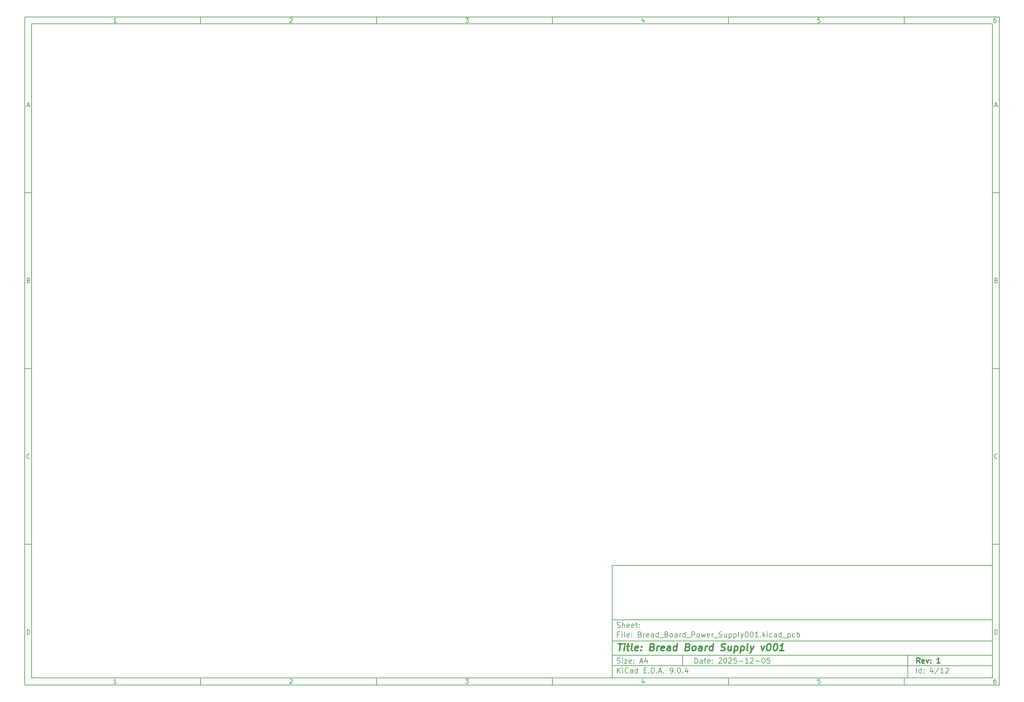
<source format=gbr>
%TF.GenerationSoftware,KiCad,Pcbnew,9.0.4*%
%TF.CreationDate,2025-12-05T21:51:25+03:30*%
%TF.ProjectId,Bread_Board_Power_Supply001,42726561-645f-4426-9f61-72645f506f77,1*%
%TF.SameCoordinates,Original*%
%TF.FileFunction,Paste,Bot*%
%TF.FilePolarity,Positive*%
%FSLAX46Y46*%
G04 Gerber Fmt 4.6, Leading zero omitted, Abs format (unit mm)*
G04 Created by KiCad (PCBNEW 9.0.4) date 2025-12-05 21:51:25*
%MOMM*%
%LPD*%
G01*
G04 APERTURE LIST*
%ADD10C,0.100000*%
%ADD11C,0.150000*%
%ADD12C,0.300000*%
%ADD13C,0.400000*%
G04 APERTURE END LIST*
D10*
D11*
X177002200Y-166007200D02*
X285002200Y-166007200D01*
X285002200Y-198007200D01*
X177002200Y-198007200D01*
X177002200Y-166007200D01*
D10*
D11*
X10000000Y-10000000D02*
X287002200Y-10000000D01*
X287002200Y-200007200D01*
X10000000Y-200007200D01*
X10000000Y-10000000D01*
D10*
D11*
X12000000Y-12000000D02*
X285002200Y-12000000D01*
X285002200Y-198007200D01*
X12000000Y-198007200D01*
X12000000Y-12000000D01*
D10*
D11*
X60000000Y-12000000D02*
X60000000Y-10000000D01*
D10*
D11*
X110000000Y-12000000D02*
X110000000Y-10000000D01*
D10*
D11*
X160000000Y-12000000D02*
X160000000Y-10000000D01*
D10*
D11*
X210000000Y-12000000D02*
X210000000Y-10000000D01*
D10*
D11*
X260000000Y-12000000D02*
X260000000Y-10000000D01*
D10*
D11*
X36089160Y-11593604D02*
X35346303Y-11593604D01*
X35717731Y-11593604D02*
X35717731Y-10293604D01*
X35717731Y-10293604D02*
X35593922Y-10479319D01*
X35593922Y-10479319D02*
X35470112Y-10603128D01*
X35470112Y-10603128D02*
X35346303Y-10665033D01*
D10*
D11*
X85346303Y-10417414D02*
X85408207Y-10355509D01*
X85408207Y-10355509D02*
X85532017Y-10293604D01*
X85532017Y-10293604D02*
X85841541Y-10293604D01*
X85841541Y-10293604D02*
X85965350Y-10355509D01*
X85965350Y-10355509D02*
X86027255Y-10417414D01*
X86027255Y-10417414D02*
X86089160Y-10541223D01*
X86089160Y-10541223D02*
X86089160Y-10665033D01*
X86089160Y-10665033D02*
X86027255Y-10850747D01*
X86027255Y-10850747D02*
X85284398Y-11593604D01*
X85284398Y-11593604D02*
X86089160Y-11593604D01*
D10*
D11*
X135284398Y-10293604D02*
X136089160Y-10293604D01*
X136089160Y-10293604D02*
X135655826Y-10788842D01*
X135655826Y-10788842D02*
X135841541Y-10788842D01*
X135841541Y-10788842D02*
X135965350Y-10850747D01*
X135965350Y-10850747D02*
X136027255Y-10912652D01*
X136027255Y-10912652D02*
X136089160Y-11036461D01*
X136089160Y-11036461D02*
X136089160Y-11345985D01*
X136089160Y-11345985D02*
X136027255Y-11469795D01*
X136027255Y-11469795D02*
X135965350Y-11531700D01*
X135965350Y-11531700D02*
X135841541Y-11593604D01*
X135841541Y-11593604D02*
X135470112Y-11593604D01*
X135470112Y-11593604D02*
X135346303Y-11531700D01*
X135346303Y-11531700D02*
X135284398Y-11469795D01*
D10*
D11*
X185965350Y-10726938D02*
X185965350Y-11593604D01*
X185655826Y-10231700D02*
X185346303Y-11160271D01*
X185346303Y-11160271D02*
X186151064Y-11160271D01*
D10*
D11*
X236027255Y-10293604D02*
X235408207Y-10293604D01*
X235408207Y-10293604D02*
X235346303Y-10912652D01*
X235346303Y-10912652D02*
X235408207Y-10850747D01*
X235408207Y-10850747D02*
X235532017Y-10788842D01*
X235532017Y-10788842D02*
X235841541Y-10788842D01*
X235841541Y-10788842D02*
X235965350Y-10850747D01*
X235965350Y-10850747D02*
X236027255Y-10912652D01*
X236027255Y-10912652D02*
X236089160Y-11036461D01*
X236089160Y-11036461D02*
X236089160Y-11345985D01*
X236089160Y-11345985D02*
X236027255Y-11469795D01*
X236027255Y-11469795D02*
X235965350Y-11531700D01*
X235965350Y-11531700D02*
X235841541Y-11593604D01*
X235841541Y-11593604D02*
X235532017Y-11593604D01*
X235532017Y-11593604D02*
X235408207Y-11531700D01*
X235408207Y-11531700D02*
X235346303Y-11469795D01*
D10*
D11*
X285965350Y-10293604D02*
X285717731Y-10293604D01*
X285717731Y-10293604D02*
X285593922Y-10355509D01*
X285593922Y-10355509D02*
X285532017Y-10417414D01*
X285532017Y-10417414D02*
X285408207Y-10603128D01*
X285408207Y-10603128D02*
X285346303Y-10850747D01*
X285346303Y-10850747D02*
X285346303Y-11345985D01*
X285346303Y-11345985D02*
X285408207Y-11469795D01*
X285408207Y-11469795D02*
X285470112Y-11531700D01*
X285470112Y-11531700D02*
X285593922Y-11593604D01*
X285593922Y-11593604D02*
X285841541Y-11593604D01*
X285841541Y-11593604D02*
X285965350Y-11531700D01*
X285965350Y-11531700D02*
X286027255Y-11469795D01*
X286027255Y-11469795D02*
X286089160Y-11345985D01*
X286089160Y-11345985D02*
X286089160Y-11036461D01*
X286089160Y-11036461D02*
X286027255Y-10912652D01*
X286027255Y-10912652D02*
X285965350Y-10850747D01*
X285965350Y-10850747D02*
X285841541Y-10788842D01*
X285841541Y-10788842D02*
X285593922Y-10788842D01*
X285593922Y-10788842D02*
X285470112Y-10850747D01*
X285470112Y-10850747D02*
X285408207Y-10912652D01*
X285408207Y-10912652D02*
X285346303Y-11036461D01*
D10*
D11*
X60000000Y-198007200D02*
X60000000Y-200007200D01*
D10*
D11*
X110000000Y-198007200D02*
X110000000Y-200007200D01*
D10*
D11*
X160000000Y-198007200D02*
X160000000Y-200007200D01*
D10*
D11*
X210000000Y-198007200D02*
X210000000Y-200007200D01*
D10*
D11*
X260000000Y-198007200D02*
X260000000Y-200007200D01*
D10*
D11*
X36089160Y-199600804D02*
X35346303Y-199600804D01*
X35717731Y-199600804D02*
X35717731Y-198300804D01*
X35717731Y-198300804D02*
X35593922Y-198486519D01*
X35593922Y-198486519D02*
X35470112Y-198610328D01*
X35470112Y-198610328D02*
X35346303Y-198672233D01*
D10*
D11*
X85346303Y-198424614D02*
X85408207Y-198362709D01*
X85408207Y-198362709D02*
X85532017Y-198300804D01*
X85532017Y-198300804D02*
X85841541Y-198300804D01*
X85841541Y-198300804D02*
X85965350Y-198362709D01*
X85965350Y-198362709D02*
X86027255Y-198424614D01*
X86027255Y-198424614D02*
X86089160Y-198548423D01*
X86089160Y-198548423D02*
X86089160Y-198672233D01*
X86089160Y-198672233D02*
X86027255Y-198857947D01*
X86027255Y-198857947D02*
X85284398Y-199600804D01*
X85284398Y-199600804D02*
X86089160Y-199600804D01*
D10*
D11*
X135284398Y-198300804D02*
X136089160Y-198300804D01*
X136089160Y-198300804D02*
X135655826Y-198796042D01*
X135655826Y-198796042D02*
X135841541Y-198796042D01*
X135841541Y-198796042D02*
X135965350Y-198857947D01*
X135965350Y-198857947D02*
X136027255Y-198919852D01*
X136027255Y-198919852D02*
X136089160Y-199043661D01*
X136089160Y-199043661D02*
X136089160Y-199353185D01*
X136089160Y-199353185D02*
X136027255Y-199476995D01*
X136027255Y-199476995D02*
X135965350Y-199538900D01*
X135965350Y-199538900D02*
X135841541Y-199600804D01*
X135841541Y-199600804D02*
X135470112Y-199600804D01*
X135470112Y-199600804D02*
X135346303Y-199538900D01*
X135346303Y-199538900D02*
X135284398Y-199476995D01*
D10*
D11*
X185965350Y-198734138D02*
X185965350Y-199600804D01*
X185655826Y-198238900D02*
X185346303Y-199167471D01*
X185346303Y-199167471D02*
X186151064Y-199167471D01*
D10*
D11*
X236027255Y-198300804D02*
X235408207Y-198300804D01*
X235408207Y-198300804D02*
X235346303Y-198919852D01*
X235346303Y-198919852D02*
X235408207Y-198857947D01*
X235408207Y-198857947D02*
X235532017Y-198796042D01*
X235532017Y-198796042D02*
X235841541Y-198796042D01*
X235841541Y-198796042D02*
X235965350Y-198857947D01*
X235965350Y-198857947D02*
X236027255Y-198919852D01*
X236027255Y-198919852D02*
X236089160Y-199043661D01*
X236089160Y-199043661D02*
X236089160Y-199353185D01*
X236089160Y-199353185D02*
X236027255Y-199476995D01*
X236027255Y-199476995D02*
X235965350Y-199538900D01*
X235965350Y-199538900D02*
X235841541Y-199600804D01*
X235841541Y-199600804D02*
X235532017Y-199600804D01*
X235532017Y-199600804D02*
X235408207Y-199538900D01*
X235408207Y-199538900D02*
X235346303Y-199476995D01*
D10*
D11*
X285965350Y-198300804D02*
X285717731Y-198300804D01*
X285717731Y-198300804D02*
X285593922Y-198362709D01*
X285593922Y-198362709D02*
X285532017Y-198424614D01*
X285532017Y-198424614D02*
X285408207Y-198610328D01*
X285408207Y-198610328D02*
X285346303Y-198857947D01*
X285346303Y-198857947D02*
X285346303Y-199353185D01*
X285346303Y-199353185D02*
X285408207Y-199476995D01*
X285408207Y-199476995D02*
X285470112Y-199538900D01*
X285470112Y-199538900D02*
X285593922Y-199600804D01*
X285593922Y-199600804D02*
X285841541Y-199600804D01*
X285841541Y-199600804D02*
X285965350Y-199538900D01*
X285965350Y-199538900D02*
X286027255Y-199476995D01*
X286027255Y-199476995D02*
X286089160Y-199353185D01*
X286089160Y-199353185D02*
X286089160Y-199043661D01*
X286089160Y-199043661D02*
X286027255Y-198919852D01*
X286027255Y-198919852D02*
X285965350Y-198857947D01*
X285965350Y-198857947D02*
X285841541Y-198796042D01*
X285841541Y-198796042D02*
X285593922Y-198796042D01*
X285593922Y-198796042D02*
X285470112Y-198857947D01*
X285470112Y-198857947D02*
X285408207Y-198919852D01*
X285408207Y-198919852D02*
X285346303Y-199043661D01*
D10*
D11*
X10000000Y-60000000D02*
X12000000Y-60000000D01*
D10*
D11*
X10000000Y-110000000D02*
X12000000Y-110000000D01*
D10*
D11*
X10000000Y-160000000D02*
X12000000Y-160000000D01*
D10*
D11*
X10690476Y-35222176D02*
X11309523Y-35222176D01*
X10566666Y-35593604D02*
X10999999Y-34293604D01*
X10999999Y-34293604D02*
X11433333Y-35593604D01*
D10*
D11*
X11092857Y-84912652D02*
X11278571Y-84974557D01*
X11278571Y-84974557D02*
X11340476Y-85036461D01*
X11340476Y-85036461D02*
X11402380Y-85160271D01*
X11402380Y-85160271D02*
X11402380Y-85345985D01*
X11402380Y-85345985D02*
X11340476Y-85469795D01*
X11340476Y-85469795D02*
X11278571Y-85531700D01*
X11278571Y-85531700D02*
X11154761Y-85593604D01*
X11154761Y-85593604D02*
X10659523Y-85593604D01*
X10659523Y-85593604D02*
X10659523Y-84293604D01*
X10659523Y-84293604D02*
X11092857Y-84293604D01*
X11092857Y-84293604D02*
X11216666Y-84355509D01*
X11216666Y-84355509D02*
X11278571Y-84417414D01*
X11278571Y-84417414D02*
X11340476Y-84541223D01*
X11340476Y-84541223D02*
X11340476Y-84665033D01*
X11340476Y-84665033D02*
X11278571Y-84788842D01*
X11278571Y-84788842D02*
X11216666Y-84850747D01*
X11216666Y-84850747D02*
X11092857Y-84912652D01*
X11092857Y-84912652D02*
X10659523Y-84912652D01*
D10*
D11*
X11402380Y-135469795D02*
X11340476Y-135531700D01*
X11340476Y-135531700D02*
X11154761Y-135593604D01*
X11154761Y-135593604D02*
X11030952Y-135593604D01*
X11030952Y-135593604D02*
X10845238Y-135531700D01*
X10845238Y-135531700D02*
X10721428Y-135407890D01*
X10721428Y-135407890D02*
X10659523Y-135284080D01*
X10659523Y-135284080D02*
X10597619Y-135036461D01*
X10597619Y-135036461D02*
X10597619Y-134850747D01*
X10597619Y-134850747D02*
X10659523Y-134603128D01*
X10659523Y-134603128D02*
X10721428Y-134479319D01*
X10721428Y-134479319D02*
X10845238Y-134355509D01*
X10845238Y-134355509D02*
X11030952Y-134293604D01*
X11030952Y-134293604D02*
X11154761Y-134293604D01*
X11154761Y-134293604D02*
X11340476Y-134355509D01*
X11340476Y-134355509D02*
X11402380Y-134417414D01*
D10*
D11*
X10659523Y-185593604D02*
X10659523Y-184293604D01*
X10659523Y-184293604D02*
X10969047Y-184293604D01*
X10969047Y-184293604D02*
X11154761Y-184355509D01*
X11154761Y-184355509D02*
X11278571Y-184479319D01*
X11278571Y-184479319D02*
X11340476Y-184603128D01*
X11340476Y-184603128D02*
X11402380Y-184850747D01*
X11402380Y-184850747D02*
X11402380Y-185036461D01*
X11402380Y-185036461D02*
X11340476Y-185284080D01*
X11340476Y-185284080D02*
X11278571Y-185407890D01*
X11278571Y-185407890D02*
X11154761Y-185531700D01*
X11154761Y-185531700D02*
X10969047Y-185593604D01*
X10969047Y-185593604D02*
X10659523Y-185593604D01*
D10*
D11*
X287002200Y-60000000D02*
X285002200Y-60000000D01*
D10*
D11*
X287002200Y-110000000D02*
X285002200Y-110000000D01*
D10*
D11*
X287002200Y-160000000D02*
X285002200Y-160000000D01*
D10*
D11*
X285692676Y-35222176D02*
X286311723Y-35222176D01*
X285568866Y-35593604D02*
X286002199Y-34293604D01*
X286002199Y-34293604D02*
X286435533Y-35593604D01*
D10*
D11*
X286095057Y-84912652D02*
X286280771Y-84974557D01*
X286280771Y-84974557D02*
X286342676Y-85036461D01*
X286342676Y-85036461D02*
X286404580Y-85160271D01*
X286404580Y-85160271D02*
X286404580Y-85345985D01*
X286404580Y-85345985D02*
X286342676Y-85469795D01*
X286342676Y-85469795D02*
X286280771Y-85531700D01*
X286280771Y-85531700D02*
X286156961Y-85593604D01*
X286156961Y-85593604D02*
X285661723Y-85593604D01*
X285661723Y-85593604D02*
X285661723Y-84293604D01*
X285661723Y-84293604D02*
X286095057Y-84293604D01*
X286095057Y-84293604D02*
X286218866Y-84355509D01*
X286218866Y-84355509D02*
X286280771Y-84417414D01*
X286280771Y-84417414D02*
X286342676Y-84541223D01*
X286342676Y-84541223D02*
X286342676Y-84665033D01*
X286342676Y-84665033D02*
X286280771Y-84788842D01*
X286280771Y-84788842D02*
X286218866Y-84850747D01*
X286218866Y-84850747D02*
X286095057Y-84912652D01*
X286095057Y-84912652D02*
X285661723Y-84912652D01*
D10*
D11*
X286404580Y-135469795D02*
X286342676Y-135531700D01*
X286342676Y-135531700D02*
X286156961Y-135593604D01*
X286156961Y-135593604D02*
X286033152Y-135593604D01*
X286033152Y-135593604D02*
X285847438Y-135531700D01*
X285847438Y-135531700D02*
X285723628Y-135407890D01*
X285723628Y-135407890D02*
X285661723Y-135284080D01*
X285661723Y-135284080D02*
X285599819Y-135036461D01*
X285599819Y-135036461D02*
X285599819Y-134850747D01*
X285599819Y-134850747D02*
X285661723Y-134603128D01*
X285661723Y-134603128D02*
X285723628Y-134479319D01*
X285723628Y-134479319D02*
X285847438Y-134355509D01*
X285847438Y-134355509D02*
X286033152Y-134293604D01*
X286033152Y-134293604D02*
X286156961Y-134293604D01*
X286156961Y-134293604D02*
X286342676Y-134355509D01*
X286342676Y-134355509D02*
X286404580Y-134417414D01*
D10*
D11*
X285661723Y-185593604D02*
X285661723Y-184293604D01*
X285661723Y-184293604D02*
X285971247Y-184293604D01*
X285971247Y-184293604D02*
X286156961Y-184355509D01*
X286156961Y-184355509D02*
X286280771Y-184479319D01*
X286280771Y-184479319D02*
X286342676Y-184603128D01*
X286342676Y-184603128D02*
X286404580Y-184850747D01*
X286404580Y-184850747D02*
X286404580Y-185036461D01*
X286404580Y-185036461D02*
X286342676Y-185284080D01*
X286342676Y-185284080D02*
X286280771Y-185407890D01*
X286280771Y-185407890D02*
X286156961Y-185531700D01*
X286156961Y-185531700D02*
X285971247Y-185593604D01*
X285971247Y-185593604D02*
X285661723Y-185593604D01*
D10*
D11*
X200458026Y-193793328D02*
X200458026Y-192293328D01*
X200458026Y-192293328D02*
X200815169Y-192293328D01*
X200815169Y-192293328D02*
X201029455Y-192364757D01*
X201029455Y-192364757D02*
X201172312Y-192507614D01*
X201172312Y-192507614D02*
X201243741Y-192650471D01*
X201243741Y-192650471D02*
X201315169Y-192936185D01*
X201315169Y-192936185D02*
X201315169Y-193150471D01*
X201315169Y-193150471D02*
X201243741Y-193436185D01*
X201243741Y-193436185D02*
X201172312Y-193579042D01*
X201172312Y-193579042D02*
X201029455Y-193721900D01*
X201029455Y-193721900D02*
X200815169Y-193793328D01*
X200815169Y-193793328D02*
X200458026Y-193793328D01*
X202600884Y-193793328D02*
X202600884Y-193007614D01*
X202600884Y-193007614D02*
X202529455Y-192864757D01*
X202529455Y-192864757D02*
X202386598Y-192793328D01*
X202386598Y-192793328D02*
X202100884Y-192793328D01*
X202100884Y-192793328D02*
X201958026Y-192864757D01*
X202600884Y-193721900D02*
X202458026Y-193793328D01*
X202458026Y-193793328D02*
X202100884Y-193793328D01*
X202100884Y-193793328D02*
X201958026Y-193721900D01*
X201958026Y-193721900D02*
X201886598Y-193579042D01*
X201886598Y-193579042D02*
X201886598Y-193436185D01*
X201886598Y-193436185D02*
X201958026Y-193293328D01*
X201958026Y-193293328D02*
X202100884Y-193221900D01*
X202100884Y-193221900D02*
X202458026Y-193221900D01*
X202458026Y-193221900D02*
X202600884Y-193150471D01*
X203100884Y-192793328D02*
X203672312Y-192793328D01*
X203315169Y-192293328D02*
X203315169Y-193579042D01*
X203315169Y-193579042D02*
X203386598Y-193721900D01*
X203386598Y-193721900D02*
X203529455Y-193793328D01*
X203529455Y-193793328D02*
X203672312Y-193793328D01*
X204743741Y-193721900D02*
X204600884Y-193793328D01*
X204600884Y-193793328D02*
X204315170Y-193793328D01*
X204315170Y-193793328D02*
X204172312Y-193721900D01*
X204172312Y-193721900D02*
X204100884Y-193579042D01*
X204100884Y-193579042D02*
X204100884Y-193007614D01*
X204100884Y-193007614D02*
X204172312Y-192864757D01*
X204172312Y-192864757D02*
X204315170Y-192793328D01*
X204315170Y-192793328D02*
X204600884Y-192793328D01*
X204600884Y-192793328D02*
X204743741Y-192864757D01*
X204743741Y-192864757D02*
X204815170Y-193007614D01*
X204815170Y-193007614D02*
X204815170Y-193150471D01*
X204815170Y-193150471D02*
X204100884Y-193293328D01*
X205458026Y-193650471D02*
X205529455Y-193721900D01*
X205529455Y-193721900D02*
X205458026Y-193793328D01*
X205458026Y-193793328D02*
X205386598Y-193721900D01*
X205386598Y-193721900D02*
X205458026Y-193650471D01*
X205458026Y-193650471D02*
X205458026Y-193793328D01*
X205458026Y-192864757D02*
X205529455Y-192936185D01*
X205529455Y-192936185D02*
X205458026Y-193007614D01*
X205458026Y-193007614D02*
X205386598Y-192936185D01*
X205386598Y-192936185D02*
X205458026Y-192864757D01*
X205458026Y-192864757D02*
X205458026Y-193007614D01*
X207243741Y-192436185D02*
X207315169Y-192364757D01*
X207315169Y-192364757D02*
X207458027Y-192293328D01*
X207458027Y-192293328D02*
X207815169Y-192293328D01*
X207815169Y-192293328D02*
X207958027Y-192364757D01*
X207958027Y-192364757D02*
X208029455Y-192436185D01*
X208029455Y-192436185D02*
X208100884Y-192579042D01*
X208100884Y-192579042D02*
X208100884Y-192721900D01*
X208100884Y-192721900D02*
X208029455Y-192936185D01*
X208029455Y-192936185D02*
X207172312Y-193793328D01*
X207172312Y-193793328D02*
X208100884Y-193793328D01*
X209029455Y-192293328D02*
X209172312Y-192293328D01*
X209172312Y-192293328D02*
X209315169Y-192364757D01*
X209315169Y-192364757D02*
X209386598Y-192436185D01*
X209386598Y-192436185D02*
X209458026Y-192579042D01*
X209458026Y-192579042D02*
X209529455Y-192864757D01*
X209529455Y-192864757D02*
X209529455Y-193221900D01*
X209529455Y-193221900D02*
X209458026Y-193507614D01*
X209458026Y-193507614D02*
X209386598Y-193650471D01*
X209386598Y-193650471D02*
X209315169Y-193721900D01*
X209315169Y-193721900D02*
X209172312Y-193793328D01*
X209172312Y-193793328D02*
X209029455Y-193793328D01*
X209029455Y-193793328D02*
X208886598Y-193721900D01*
X208886598Y-193721900D02*
X208815169Y-193650471D01*
X208815169Y-193650471D02*
X208743740Y-193507614D01*
X208743740Y-193507614D02*
X208672312Y-193221900D01*
X208672312Y-193221900D02*
X208672312Y-192864757D01*
X208672312Y-192864757D02*
X208743740Y-192579042D01*
X208743740Y-192579042D02*
X208815169Y-192436185D01*
X208815169Y-192436185D02*
X208886598Y-192364757D01*
X208886598Y-192364757D02*
X209029455Y-192293328D01*
X210100883Y-192436185D02*
X210172311Y-192364757D01*
X210172311Y-192364757D02*
X210315169Y-192293328D01*
X210315169Y-192293328D02*
X210672311Y-192293328D01*
X210672311Y-192293328D02*
X210815169Y-192364757D01*
X210815169Y-192364757D02*
X210886597Y-192436185D01*
X210886597Y-192436185D02*
X210958026Y-192579042D01*
X210958026Y-192579042D02*
X210958026Y-192721900D01*
X210958026Y-192721900D02*
X210886597Y-192936185D01*
X210886597Y-192936185D02*
X210029454Y-193793328D01*
X210029454Y-193793328D02*
X210958026Y-193793328D01*
X212315168Y-192293328D02*
X211600882Y-192293328D01*
X211600882Y-192293328D02*
X211529454Y-193007614D01*
X211529454Y-193007614D02*
X211600882Y-192936185D01*
X211600882Y-192936185D02*
X211743740Y-192864757D01*
X211743740Y-192864757D02*
X212100882Y-192864757D01*
X212100882Y-192864757D02*
X212243740Y-192936185D01*
X212243740Y-192936185D02*
X212315168Y-193007614D01*
X212315168Y-193007614D02*
X212386597Y-193150471D01*
X212386597Y-193150471D02*
X212386597Y-193507614D01*
X212386597Y-193507614D02*
X212315168Y-193650471D01*
X212315168Y-193650471D02*
X212243740Y-193721900D01*
X212243740Y-193721900D02*
X212100882Y-193793328D01*
X212100882Y-193793328D02*
X211743740Y-193793328D01*
X211743740Y-193793328D02*
X211600882Y-193721900D01*
X211600882Y-193721900D02*
X211529454Y-193650471D01*
X213029453Y-193221900D02*
X214172311Y-193221900D01*
X215672311Y-193793328D02*
X214815168Y-193793328D01*
X215243739Y-193793328D02*
X215243739Y-192293328D01*
X215243739Y-192293328D02*
X215100882Y-192507614D01*
X215100882Y-192507614D02*
X214958025Y-192650471D01*
X214958025Y-192650471D02*
X214815168Y-192721900D01*
X216243739Y-192436185D02*
X216315167Y-192364757D01*
X216315167Y-192364757D02*
X216458025Y-192293328D01*
X216458025Y-192293328D02*
X216815167Y-192293328D01*
X216815167Y-192293328D02*
X216958025Y-192364757D01*
X216958025Y-192364757D02*
X217029453Y-192436185D01*
X217029453Y-192436185D02*
X217100882Y-192579042D01*
X217100882Y-192579042D02*
X217100882Y-192721900D01*
X217100882Y-192721900D02*
X217029453Y-192936185D01*
X217029453Y-192936185D02*
X216172310Y-193793328D01*
X216172310Y-193793328D02*
X217100882Y-193793328D01*
X217743738Y-193221900D02*
X218886596Y-193221900D01*
X219886596Y-192293328D02*
X220029453Y-192293328D01*
X220029453Y-192293328D02*
X220172310Y-192364757D01*
X220172310Y-192364757D02*
X220243739Y-192436185D01*
X220243739Y-192436185D02*
X220315167Y-192579042D01*
X220315167Y-192579042D02*
X220386596Y-192864757D01*
X220386596Y-192864757D02*
X220386596Y-193221900D01*
X220386596Y-193221900D02*
X220315167Y-193507614D01*
X220315167Y-193507614D02*
X220243739Y-193650471D01*
X220243739Y-193650471D02*
X220172310Y-193721900D01*
X220172310Y-193721900D02*
X220029453Y-193793328D01*
X220029453Y-193793328D02*
X219886596Y-193793328D01*
X219886596Y-193793328D02*
X219743739Y-193721900D01*
X219743739Y-193721900D02*
X219672310Y-193650471D01*
X219672310Y-193650471D02*
X219600881Y-193507614D01*
X219600881Y-193507614D02*
X219529453Y-193221900D01*
X219529453Y-193221900D02*
X219529453Y-192864757D01*
X219529453Y-192864757D02*
X219600881Y-192579042D01*
X219600881Y-192579042D02*
X219672310Y-192436185D01*
X219672310Y-192436185D02*
X219743739Y-192364757D01*
X219743739Y-192364757D02*
X219886596Y-192293328D01*
X221743738Y-192293328D02*
X221029452Y-192293328D01*
X221029452Y-192293328D02*
X220958024Y-193007614D01*
X220958024Y-193007614D02*
X221029452Y-192936185D01*
X221029452Y-192936185D02*
X221172310Y-192864757D01*
X221172310Y-192864757D02*
X221529452Y-192864757D01*
X221529452Y-192864757D02*
X221672310Y-192936185D01*
X221672310Y-192936185D02*
X221743738Y-193007614D01*
X221743738Y-193007614D02*
X221815167Y-193150471D01*
X221815167Y-193150471D02*
X221815167Y-193507614D01*
X221815167Y-193507614D02*
X221743738Y-193650471D01*
X221743738Y-193650471D02*
X221672310Y-193721900D01*
X221672310Y-193721900D02*
X221529452Y-193793328D01*
X221529452Y-193793328D02*
X221172310Y-193793328D01*
X221172310Y-193793328D02*
X221029452Y-193721900D01*
X221029452Y-193721900D02*
X220958024Y-193650471D01*
D10*
D11*
X177002200Y-194507200D02*
X285002200Y-194507200D01*
D10*
D11*
X178458026Y-196593328D02*
X178458026Y-195093328D01*
X179315169Y-196593328D02*
X178672312Y-195736185D01*
X179315169Y-195093328D02*
X178458026Y-195950471D01*
X179958026Y-196593328D02*
X179958026Y-195593328D01*
X179958026Y-195093328D02*
X179886598Y-195164757D01*
X179886598Y-195164757D02*
X179958026Y-195236185D01*
X179958026Y-195236185D02*
X180029455Y-195164757D01*
X180029455Y-195164757D02*
X179958026Y-195093328D01*
X179958026Y-195093328D02*
X179958026Y-195236185D01*
X181529455Y-196450471D02*
X181458027Y-196521900D01*
X181458027Y-196521900D02*
X181243741Y-196593328D01*
X181243741Y-196593328D02*
X181100884Y-196593328D01*
X181100884Y-196593328D02*
X180886598Y-196521900D01*
X180886598Y-196521900D02*
X180743741Y-196379042D01*
X180743741Y-196379042D02*
X180672312Y-196236185D01*
X180672312Y-196236185D02*
X180600884Y-195950471D01*
X180600884Y-195950471D02*
X180600884Y-195736185D01*
X180600884Y-195736185D02*
X180672312Y-195450471D01*
X180672312Y-195450471D02*
X180743741Y-195307614D01*
X180743741Y-195307614D02*
X180886598Y-195164757D01*
X180886598Y-195164757D02*
X181100884Y-195093328D01*
X181100884Y-195093328D02*
X181243741Y-195093328D01*
X181243741Y-195093328D02*
X181458027Y-195164757D01*
X181458027Y-195164757D02*
X181529455Y-195236185D01*
X182815170Y-196593328D02*
X182815170Y-195807614D01*
X182815170Y-195807614D02*
X182743741Y-195664757D01*
X182743741Y-195664757D02*
X182600884Y-195593328D01*
X182600884Y-195593328D02*
X182315170Y-195593328D01*
X182315170Y-195593328D02*
X182172312Y-195664757D01*
X182815170Y-196521900D02*
X182672312Y-196593328D01*
X182672312Y-196593328D02*
X182315170Y-196593328D01*
X182315170Y-196593328D02*
X182172312Y-196521900D01*
X182172312Y-196521900D02*
X182100884Y-196379042D01*
X182100884Y-196379042D02*
X182100884Y-196236185D01*
X182100884Y-196236185D02*
X182172312Y-196093328D01*
X182172312Y-196093328D02*
X182315170Y-196021900D01*
X182315170Y-196021900D02*
X182672312Y-196021900D01*
X182672312Y-196021900D02*
X182815170Y-195950471D01*
X184172313Y-196593328D02*
X184172313Y-195093328D01*
X184172313Y-196521900D02*
X184029455Y-196593328D01*
X184029455Y-196593328D02*
X183743741Y-196593328D01*
X183743741Y-196593328D02*
X183600884Y-196521900D01*
X183600884Y-196521900D02*
X183529455Y-196450471D01*
X183529455Y-196450471D02*
X183458027Y-196307614D01*
X183458027Y-196307614D02*
X183458027Y-195879042D01*
X183458027Y-195879042D02*
X183529455Y-195736185D01*
X183529455Y-195736185D02*
X183600884Y-195664757D01*
X183600884Y-195664757D02*
X183743741Y-195593328D01*
X183743741Y-195593328D02*
X184029455Y-195593328D01*
X184029455Y-195593328D02*
X184172313Y-195664757D01*
X186029455Y-195807614D02*
X186529455Y-195807614D01*
X186743741Y-196593328D02*
X186029455Y-196593328D01*
X186029455Y-196593328D02*
X186029455Y-195093328D01*
X186029455Y-195093328D02*
X186743741Y-195093328D01*
X187386598Y-196450471D02*
X187458027Y-196521900D01*
X187458027Y-196521900D02*
X187386598Y-196593328D01*
X187386598Y-196593328D02*
X187315170Y-196521900D01*
X187315170Y-196521900D02*
X187386598Y-196450471D01*
X187386598Y-196450471D02*
X187386598Y-196593328D01*
X188100884Y-196593328D02*
X188100884Y-195093328D01*
X188100884Y-195093328D02*
X188458027Y-195093328D01*
X188458027Y-195093328D02*
X188672313Y-195164757D01*
X188672313Y-195164757D02*
X188815170Y-195307614D01*
X188815170Y-195307614D02*
X188886599Y-195450471D01*
X188886599Y-195450471D02*
X188958027Y-195736185D01*
X188958027Y-195736185D02*
X188958027Y-195950471D01*
X188958027Y-195950471D02*
X188886599Y-196236185D01*
X188886599Y-196236185D02*
X188815170Y-196379042D01*
X188815170Y-196379042D02*
X188672313Y-196521900D01*
X188672313Y-196521900D02*
X188458027Y-196593328D01*
X188458027Y-196593328D02*
X188100884Y-196593328D01*
X189600884Y-196450471D02*
X189672313Y-196521900D01*
X189672313Y-196521900D02*
X189600884Y-196593328D01*
X189600884Y-196593328D02*
X189529456Y-196521900D01*
X189529456Y-196521900D02*
X189600884Y-196450471D01*
X189600884Y-196450471D02*
X189600884Y-196593328D01*
X190243742Y-196164757D02*
X190958028Y-196164757D01*
X190100885Y-196593328D02*
X190600885Y-195093328D01*
X190600885Y-195093328D02*
X191100885Y-196593328D01*
X191600884Y-196450471D02*
X191672313Y-196521900D01*
X191672313Y-196521900D02*
X191600884Y-196593328D01*
X191600884Y-196593328D02*
X191529456Y-196521900D01*
X191529456Y-196521900D02*
X191600884Y-196450471D01*
X191600884Y-196450471D02*
X191600884Y-196593328D01*
X193529456Y-196593328D02*
X193815170Y-196593328D01*
X193815170Y-196593328D02*
X193958027Y-196521900D01*
X193958027Y-196521900D02*
X194029456Y-196450471D01*
X194029456Y-196450471D02*
X194172313Y-196236185D01*
X194172313Y-196236185D02*
X194243742Y-195950471D01*
X194243742Y-195950471D02*
X194243742Y-195379042D01*
X194243742Y-195379042D02*
X194172313Y-195236185D01*
X194172313Y-195236185D02*
X194100885Y-195164757D01*
X194100885Y-195164757D02*
X193958027Y-195093328D01*
X193958027Y-195093328D02*
X193672313Y-195093328D01*
X193672313Y-195093328D02*
X193529456Y-195164757D01*
X193529456Y-195164757D02*
X193458027Y-195236185D01*
X193458027Y-195236185D02*
X193386599Y-195379042D01*
X193386599Y-195379042D02*
X193386599Y-195736185D01*
X193386599Y-195736185D02*
X193458027Y-195879042D01*
X193458027Y-195879042D02*
X193529456Y-195950471D01*
X193529456Y-195950471D02*
X193672313Y-196021900D01*
X193672313Y-196021900D02*
X193958027Y-196021900D01*
X193958027Y-196021900D02*
X194100885Y-195950471D01*
X194100885Y-195950471D02*
X194172313Y-195879042D01*
X194172313Y-195879042D02*
X194243742Y-195736185D01*
X194886598Y-196450471D02*
X194958027Y-196521900D01*
X194958027Y-196521900D02*
X194886598Y-196593328D01*
X194886598Y-196593328D02*
X194815170Y-196521900D01*
X194815170Y-196521900D02*
X194886598Y-196450471D01*
X194886598Y-196450471D02*
X194886598Y-196593328D01*
X195886599Y-195093328D02*
X196029456Y-195093328D01*
X196029456Y-195093328D02*
X196172313Y-195164757D01*
X196172313Y-195164757D02*
X196243742Y-195236185D01*
X196243742Y-195236185D02*
X196315170Y-195379042D01*
X196315170Y-195379042D02*
X196386599Y-195664757D01*
X196386599Y-195664757D02*
X196386599Y-196021900D01*
X196386599Y-196021900D02*
X196315170Y-196307614D01*
X196315170Y-196307614D02*
X196243742Y-196450471D01*
X196243742Y-196450471D02*
X196172313Y-196521900D01*
X196172313Y-196521900D02*
X196029456Y-196593328D01*
X196029456Y-196593328D02*
X195886599Y-196593328D01*
X195886599Y-196593328D02*
X195743742Y-196521900D01*
X195743742Y-196521900D02*
X195672313Y-196450471D01*
X195672313Y-196450471D02*
X195600884Y-196307614D01*
X195600884Y-196307614D02*
X195529456Y-196021900D01*
X195529456Y-196021900D02*
X195529456Y-195664757D01*
X195529456Y-195664757D02*
X195600884Y-195379042D01*
X195600884Y-195379042D02*
X195672313Y-195236185D01*
X195672313Y-195236185D02*
X195743742Y-195164757D01*
X195743742Y-195164757D02*
X195886599Y-195093328D01*
X197029455Y-196450471D02*
X197100884Y-196521900D01*
X197100884Y-196521900D02*
X197029455Y-196593328D01*
X197029455Y-196593328D02*
X196958027Y-196521900D01*
X196958027Y-196521900D02*
X197029455Y-196450471D01*
X197029455Y-196450471D02*
X197029455Y-196593328D01*
X198386599Y-195593328D02*
X198386599Y-196593328D01*
X198029456Y-195021900D02*
X197672313Y-196093328D01*
X197672313Y-196093328D02*
X198600884Y-196093328D01*
D10*
D11*
X177002200Y-191507200D02*
X285002200Y-191507200D01*
D10*
D12*
X264413853Y-193785528D02*
X263913853Y-193071242D01*
X263556710Y-193785528D02*
X263556710Y-192285528D01*
X263556710Y-192285528D02*
X264128139Y-192285528D01*
X264128139Y-192285528D02*
X264270996Y-192356957D01*
X264270996Y-192356957D02*
X264342425Y-192428385D01*
X264342425Y-192428385D02*
X264413853Y-192571242D01*
X264413853Y-192571242D02*
X264413853Y-192785528D01*
X264413853Y-192785528D02*
X264342425Y-192928385D01*
X264342425Y-192928385D02*
X264270996Y-192999814D01*
X264270996Y-192999814D02*
X264128139Y-193071242D01*
X264128139Y-193071242D02*
X263556710Y-193071242D01*
X265628139Y-193714100D02*
X265485282Y-193785528D01*
X265485282Y-193785528D02*
X265199568Y-193785528D01*
X265199568Y-193785528D02*
X265056710Y-193714100D01*
X265056710Y-193714100D02*
X264985282Y-193571242D01*
X264985282Y-193571242D02*
X264985282Y-192999814D01*
X264985282Y-192999814D02*
X265056710Y-192856957D01*
X265056710Y-192856957D02*
X265199568Y-192785528D01*
X265199568Y-192785528D02*
X265485282Y-192785528D01*
X265485282Y-192785528D02*
X265628139Y-192856957D01*
X265628139Y-192856957D02*
X265699568Y-192999814D01*
X265699568Y-192999814D02*
X265699568Y-193142671D01*
X265699568Y-193142671D02*
X264985282Y-193285528D01*
X266199567Y-192785528D02*
X266556710Y-193785528D01*
X266556710Y-193785528D02*
X266913853Y-192785528D01*
X267485281Y-193642671D02*
X267556710Y-193714100D01*
X267556710Y-193714100D02*
X267485281Y-193785528D01*
X267485281Y-193785528D02*
X267413853Y-193714100D01*
X267413853Y-193714100D02*
X267485281Y-193642671D01*
X267485281Y-193642671D02*
X267485281Y-193785528D01*
X267485281Y-192856957D02*
X267556710Y-192928385D01*
X267556710Y-192928385D02*
X267485281Y-192999814D01*
X267485281Y-192999814D02*
X267413853Y-192928385D01*
X267413853Y-192928385D02*
X267485281Y-192856957D01*
X267485281Y-192856957D02*
X267485281Y-192999814D01*
X270128139Y-193785528D02*
X269270996Y-193785528D01*
X269699567Y-193785528D02*
X269699567Y-192285528D01*
X269699567Y-192285528D02*
X269556710Y-192499814D01*
X269556710Y-192499814D02*
X269413853Y-192642671D01*
X269413853Y-192642671D02*
X269270996Y-192714100D01*
D10*
D11*
X178386598Y-193721900D02*
X178600884Y-193793328D01*
X178600884Y-193793328D02*
X178958026Y-193793328D01*
X178958026Y-193793328D02*
X179100884Y-193721900D01*
X179100884Y-193721900D02*
X179172312Y-193650471D01*
X179172312Y-193650471D02*
X179243741Y-193507614D01*
X179243741Y-193507614D02*
X179243741Y-193364757D01*
X179243741Y-193364757D02*
X179172312Y-193221900D01*
X179172312Y-193221900D02*
X179100884Y-193150471D01*
X179100884Y-193150471D02*
X178958026Y-193079042D01*
X178958026Y-193079042D02*
X178672312Y-193007614D01*
X178672312Y-193007614D02*
X178529455Y-192936185D01*
X178529455Y-192936185D02*
X178458026Y-192864757D01*
X178458026Y-192864757D02*
X178386598Y-192721900D01*
X178386598Y-192721900D02*
X178386598Y-192579042D01*
X178386598Y-192579042D02*
X178458026Y-192436185D01*
X178458026Y-192436185D02*
X178529455Y-192364757D01*
X178529455Y-192364757D02*
X178672312Y-192293328D01*
X178672312Y-192293328D02*
X179029455Y-192293328D01*
X179029455Y-192293328D02*
X179243741Y-192364757D01*
X179886597Y-193793328D02*
X179886597Y-192793328D01*
X179886597Y-192293328D02*
X179815169Y-192364757D01*
X179815169Y-192364757D02*
X179886597Y-192436185D01*
X179886597Y-192436185D02*
X179958026Y-192364757D01*
X179958026Y-192364757D02*
X179886597Y-192293328D01*
X179886597Y-192293328D02*
X179886597Y-192436185D01*
X180458026Y-192793328D02*
X181243741Y-192793328D01*
X181243741Y-192793328D02*
X180458026Y-193793328D01*
X180458026Y-193793328D02*
X181243741Y-193793328D01*
X182386598Y-193721900D02*
X182243741Y-193793328D01*
X182243741Y-193793328D02*
X181958027Y-193793328D01*
X181958027Y-193793328D02*
X181815169Y-193721900D01*
X181815169Y-193721900D02*
X181743741Y-193579042D01*
X181743741Y-193579042D02*
X181743741Y-193007614D01*
X181743741Y-193007614D02*
X181815169Y-192864757D01*
X181815169Y-192864757D02*
X181958027Y-192793328D01*
X181958027Y-192793328D02*
X182243741Y-192793328D01*
X182243741Y-192793328D02*
X182386598Y-192864757D01*
X182386598Y-192864757D02*
X182458027Y-193007614D01*
X182458027Y-193007614D02*
X182458027Y-193150471D01*
X182458027Y-193150471D02*
X181743741Y-193293328D01*
X183100883Y-193650471D02*
X183172312Y-193721900D01*
X183172312Y-193721900D02*
X183100883Y-193793328D01*
X183100883Y-193793328D02*
X183029455Y-193721900D01*
X183029455Y-193721900D02*
X183100883Y-193650471D01*
X183100883Y-193650471D02*
X183100883Y-193793328D01*
X183100883Y-192864757D02*
X183172312Y-192936185D01*
X183172312Y-192936185D02*
X183100883Y-193007614D01*
X183100883Y-193007614D02*
X183029455Y-192936185D01*
X183029455Y-192936185D02*
X183100883Y-192864757D01*
X183100883Y-192864757D02*
X183100883Y-193007614D01*
X184886598Y-193364757D02*
X185600884Y-193364757D01*
X184743741Y-193793328D02*
X185243741Y-192293328D01*
X185243741Y-192293328D02*
X185743741Y-193793328D01*
X186886598Y-192793328D02*
X186886598Y-193793328D01*
X186529455Y-192221900D02*
X186172312Y-193293328D01*
X186172312Y-193293328D02*
X187100883Y-193293328D01*
D10*
D11*
X263458026Y-196593328D02*
X263458026Y-195093328D01*
X264815170Y-196593328D02*
X264815170Y-195093328D01*
X264815170Y-196521900D02*
X264672312Y-196593328D01*
X264672312Y-196593328D02*
X264386598Y-196593328D01*
X264386598Y-196593328D02*
X264243741Y-196521900D01*
X264243741Y-196521900D02*
X264172312Y-196450471D01*
X264172312Y-196450471D02*
X264100884Y-196307614D01*
X264100884Y-196307614D02*
X264100884Y-195879042D01*
X264100884Y-195879042D02*
X264172312Y-195736185D01*
X264172312Y-195736185D02*
X264243741Y-195664757D01*
X264243741Y-195664757D02*
X264386598Y-195593328D01*
X264386598Y-195593328D02*
X264672312Y-195593328D01*
X264672312Y-195593328D02*
X264815170Y-195664757D01*
X265529455Y-196450471D02*
X265600884Y-196521900D01*
X265600884Y-196521900D02*
X265529455Y-196593328D01*
X265529455Y-196593328D02*
X265458027Y-196521900D01*
X265458027Y-196521900D02*
X265529455Y-196450471D01*
X265529455Y-196450471D02*
X265529455Y-196593328D01*
X265529455Y-195664757D02*
X265600884Y-195736185D01*
X265600884Y-195736185D02*
X265529455Y-195807614D01*
X265529455Y-195807614D02*
X265458027Y-195736185D01*
X265458027Y-195736185D02*
X265529455Y-195664757D01*
X265529455Y-195664757D02*
X265529455Y-195807614D01*
X268029456Y-195593328D02*
X268029456Y-196593328D01*
X267672313Y-195021900D02*
X267315170Y-196093328D01*
X267315170Y-196093328D02*
X268243741Y-196093328D01*
X269886598Y-195021900D02*
X268600884Y-196950471D01*
X271172313Y-196593328D02*
X270315170Y-196593328D01*
X270743741Y-196593328D02*
X270743741Y-195093328D01*
X270743741Y-195093328D02*
X270600884Y-195307614D01*
X270600884Y-195307614D02*
X270458027Y-195450471D01*
X270458027Y-195450471D02*
X270315170Y-195521900D01*
X271743741Y-195236185D02*
X271815169Y-195164757D01*
X271815169Y-195164757D02*
X271958027Y-195093328D01*
X271958027Y-195093328D02*
X272315169Y-195093328D01*
X272315169Y-195093328D02*
X272458027Y-195164757D01*
X272458027Y-195164757D02*
X272529455Y-195236185D01*
X272529455Y-195236185D02*
X272600884Y-195379042D01*
X272600884Y-195379042D02*
X272600884Y-195521900D01*
X272600884Y-195521900D02*
X272529455Y-195736185D01*
X272529455Y-195736185D02*
X271672312Y-196593328D01*
X271672312Y-196593328D02*
X272600884Y-196593328D01*
D10*
D11*
X177002200Y-187507200D02*
X285002200Y-187507200D01*
D10*
D13*
X178693928Y-188211638D02*
X179836785Y-188211638D01*
X179015357Y-190211638D02*
X179265357Y-188211638D01*
X180253452Y-190211638D02*
X180420119Y-188878304D01*
X180503452Y-188211638D02*
X180396309Y-188306876D01*
X180396309Y-188306876D02*
X180479643Y-188402114D01*
X180479643Y-188402114D02*
X180586786Y-188306876D01*
X180586786Y-188306876D02*
X180503452Y-188211638D01*
X180503452Y-188211638D02*
X180479643Y-188402114D01*
X181086786Y-188878304D02*
X181848690Y-188878304D01*
X181455833Y-188211638D02*
X181241548Y-189925923D01*
X181241548Y-189925923D02*
X181312976Y-190116400D01*
X181312976Y-190116400D02*
X181491548Y-190211638D01*
X181491548Y-190211638D02*
X181682024Y-190211638D01*
X182634405Y-190211638D02*
X182455833Y-190116400D01*
X182455833Y-190116400D02*
X182384405Y-189925923D01*
X182384405Y-189925923D02*
X182598690Y-188211638D01*
X184170119Y-190116400D02*
X183967738Y-190211638D01*
X183967738Y-190211638D02*
X183586785Y-190211638D01*
X183586785Y-190211638D02*
X183408214Y-190116400D01*
X183408214Y-190116400D02*
X183336785Y-189925923D01*
X183336785Y-189925923D02*
X183432024Y-189164019D01*
X183432024Y-189164019D02*
X183551071Y-188973542D01*
X183551071Y-188973542D02*
X183753452Y-188878304D01*
X183753452Y-188878304D02*
X184134404Y-188878304D01*
X184134404Y-188878304D02*
X184312976Y-188973542D01*
X184312976Y-188973542D02*
X184384404Y-189164019D01*
X184384404Y-189164019D02*
X184360595Y-189354495D01*
X184360595Y-189354495D02*
X183384404Y-189544971D01*
X185134405Y-190021161D02*
X185217738Y-190116400D01*
X185217738Y-190116400D02*
X185110595Y-190211638D01*
X185110595Y-190211638D02*
X185027262Y-190116400D01*
X185027262Y-190116400D02*
X185134405Y-190021161D01*
X185134405Y-190021161D02*
X185110595Y-190211638D01*
X185265357Y-188973542D02*
X185348690Y-189068780D01*
X185348690Y-189068780D02*
X185241548Y-189164019D01*
X185241548Y-189164019D02*
X185158214Y-189068780D01*
X185158214Y-189068780D02*
X185265357Y-188973542D01*
X185265357Y-188973542D02*
X185241548Y-189164019D01*
X188384405Y-189164019D02*
X188658215Y-189259257D01*
X188658215Y-189259257D02*
X188741548Y-189354495D01*
X188741548Y-189354495D02*
X188812977Y-189544971D01*
X188812977Y-189544971D02*
X188777262Y-189830685D01*
X188777262Y-189830685D02*
X188658215Y-190021161D01*
X188658215Y-190021161D02*
X188551072Y-190116400D01*
X188551072Y-190116400D02*
X188348691Y-190211638D01*
X188348691Y-190211638D02*
X187586786Y-190211638D01*
X187586786Y-190211638D02*
X187836786Y-188211638D01*
X187836786Y-188211638D02*
X188503453Y-188211638D01*
X188503453Y-188211638D02*
X188682024Y-188306876D01*
X188682024Y-188306876D02*
X188765358Y-188402114D01*
X188765358Y-188402114D02*
X188836786Y-188592590D01*
X188836786Y-188592590D02*
X188812977Y-188783066D01*
X188812977Y-188783066D02*
X188693929Y-188973542D01*
X188693929Y-188973542D02*
X188586786Y-189068780D01*
X188586786Y-189068780D02*
X188384405Y-189164019D01*
X188384405Y-189164019D02*
X187717739Y-189164019D01*
X189586786Y-190211638D02*
X189753453Y-188878304D01*
X189705834Y-189259257D02*
X189824881Y-189068780D01*
X189824881Y-189068780D02*
X189932024Y-188973542D01*
X189932024Y-188973542D02*
X190134405Y-188878304D01*
X190134405Y-188878304D02*
X190324881Y-188878304D01*
X191598691Y-190116400D02*
X191396310Y-190211638D01*
X191396310Y-190211638D02*
X191015357Y-190211638D01*
X191015357Y-190211638D02*
X190836786Y-190116400D01*
X190836786Y-190116400D02*
X190765357Y-189925923D01*
X190765357Y-189925923D02*
X190860596Y-189164019D01*
X190860596Y-189164019D02*
X190979643Y-188973542D01*
X190979643Y-188973542D02*
X191182024Y-188878304D01*
X191182024Y-188878304D02*
X191562976Y-188878304D01*
X191562976Y-188878304D02*
X191741548Y-188973542D01*
X191741548Y-188973542D02*
X191812976Y-189164019D01*
X191812976Y-189164019D02*
X191789167Y-189354495D01*
X191789167Y-189354495D02*
X190812976Y-189544971D01*
X193396310Y-190211638D02*
X193527262Y-189164019D01*
X193527262Y-189164019D02*
X193455834Y-188973542D01*
X193455834Y-188973542D02*
X193277262Y-188878304D01*
X193277262Y-188878304D02*
X192896310Y-188878304D01*
X192896310Y-188878304D02*
X192693929Y-188973542D01*
X193408215Y-190116400D02*
X193205834Y-190211638D01*
X193205834Y-190211638D02*
X192729643Y-190211638D01*
X192729643Y-190211638D02*
X192551072Y-190116400D01*
X192551072Y-190116400D02*
X192479643Y-189925923D01*
X192479643Y-189925923D02*
X192503453Y-189735447D01*
X192503453Y-189735447D02*
X192622501Y-189544971D01*
X192622501Y-189544971D02*
X192824882Y-189449733D01*
X192824882Y-189449733D02*
X193301072Y-189449733D01*
X193301072Y-189449733D02*
X193503453Y-189354495D01*
X195205834Y-190211638D02*
X195455834Y-188211638D01*
X195217739Y-190116400D02*
X195015358Y-190211638D01*
X195015358Y-190211638D02*
X194634406Y-190211638D01*
X194634406Y-190211638D02*
X194455834Y-190116400D01*
X194455834Y-190116400D02*
X194372501Y-190021161D01*
X194372501Y-190021161D02*
X194301072Y-189830685D01*
X194301072Y-189830685D02*
X194372501Y-189259257D01*
X194372501Y-189259257D02*
X194491548Y-189068780D01*
X194491548Y-189068780D02*
X194598691Y-188973542D01*
X194598691Y-188973542D02*
X194801072Y-188878304D01*
X194801072Y-188878304D02*
X195182025Y-188878304D01*
X195182025Y-188878304D02*
X195360596Y-188973542D01*
X198479644Y-189164019D02*
X198753454Y-189259257D01*
X198753454Y-189259257D02*
X198836787Y-189354495D01*
X198836787Y-189354495D02*
X198908216Y-189544971D01*
X198908216Y-189544971D02*
X198872501Y-189830685D01*
X198872501Y-189830685D02*
X198753454Y-190021161D01*
X198753454Y-190021161D02*
X198646311Y-190116400D01*
X198646311Y-190116400D02*
X198443930Y-190211638D01*
X198443930Y-190211638D02*
X197682025Y-190211638D01*
X197682025Y-190211638D02*
X197932025Y-188211638D01*
X197932025Y-188211638D02*
X198598692Y-188211638D01*
X198598692Y-188211638D02*
X198777263Y-188306876D01*
X198777263Y-188306876D02*
X198860597Y-188402114D01*
X198860597Y-188402114D02*
X198932025Y-188592590D01*
X198932025Y-188592590D02*
X198908216Y-188783066D01*
X198908216Y-188783066D02*
X198789168Y-188973542D01*
X198789168Y-188973542D02*
X198682025Y-189068780D01*
X198682025Y-189068780D02*
X198479644Y-189164019D01*
X198479644Y-189164019D02*
X197812978Y-189164019D01*
X199967740Y-190211638D02*
X199789168Y-190116400D01*
X199789168Y-190116400D02*
X199705835Y-190021161D01*
X199705835Y-190021161D02*
X199634406Y-189830685D01*
X199634406Y-189830685D02*
X199705835Y-189259257D01*
X199705835Y-189259257D02*
X199824882Y-189068780D01*
X199824882Y-189068780D02*
X199932025Y-188973542D01*
X199932025Y-188973542D02*
X200134406Y-188878304D01*
X200134406Y-188878304D02*
X200420120Y-188878304D01*
X200420120Y-188878304D02*
X200598692Y-188973542D01*
X200598692Y-188973542D02*
X200682025Y-189068780D01*
X200682025Y-189068780D02*
X200753454Y-189259257D01*
X200753454Y-189259257D02*
X200682025Y-189830685D01*
X200682025Y-189830685D02*
X200562978Y-190021161D01*
X200562978Y-190021161D02*
X200455835Y-190116400D01*
X200455835Y-190116400D02*
X200253454Y-190211638D01*
X200253454Y-190211638D02*
X199967740Y-190211638D01*
X202348692Y-190211638D02*
X202479644Y-189164019D01*
X202479644Y-189164019D02*
X202408216Y-188973542D01*
X202408216Y-188973542D02*
X202229644Y-188878304D01*
X202229644Y-188878304D02*
X201848692Y-188878304D01*
X201848692Y-188878304D02*
X201646311Y-188973542D01*
X202360597Y-190116400D02*
X202158216Y-190211638D01*
X202158216Y-190211638D02*
X201682025Y-190211638D01*
X201682025Y-190211638D02*
X201503454Y-190116400D01*
X201503454Y-190116400D02*
X201432025Y-189925923D01*
X201432025Y-189925923D02*
X201455835Y-189735447D01*
X201455835Y-189735447D02*
X201574883Y-189544971D01*
X201574883Y-189544971D02*
X201777264Y-189449733D01*
X201777264Y-189449733D02*
X202253454Y-189449733D01*
X202253454Y-189449733D02*
X202455835Y-189354495D01*
X203301073Y-190211638D02*
X203467740Y-188878304D01*
X203420121Y-189259257D02*
X203539168Y-189068780D01*
X203539168Y-189068780D02*
X203646311Y-188973542D01*
X203646311Y-188973542D02*
X203848692Y-188878304D01*
X203848692Y-188878304D02*
X204039168Y-188878304D01*
X205396311Y-190211638D02*
X205646311Y-188211638D01*
X205408216Y-190116400D02*
X205205835Y-190211638D01*
X205205835Y-190211638D02*
X204824883Y-190211638D01*
X204824883Y-190211638D02*
X204646311Y-190116400D01*
X204646311Y-190116400D02*
X204562978Y-190021161D01*
X204562978Y-190021161D02*
X204491549Y-189830685D01*
X204491549Y-189830685D02*
X204562978Y-189259257D01*
X204562978Y-189259257D02*
X204682025Y-189068780D01*
X204682025Y-189068780D02*
X204789168Y-188973542D01*
X204789168Y-188973542D02*
X204991549Y-188878304D01*
X204991549Y-188878304D02*
X205372502Y-188878304D01*
X205372502Y-188878304D02*
X205551073Y-188973542D01*
X207789169Y-190116400D02*
X208062978Y-190211638D01*
X208062978Y-190211638D02*
X208539169Y-190211638D01*
X208539169Y-190211638D02*
X208741550Y-190116400D01*
X208741550Y-190116400D02*
X208848693Y-190021161D01*
X208848693Y-190021161D02*
X208967740Y-189830685D01*
X208967740Y-189830685D02*
X208991550Y-189640209D01*
X208991550Y-189640209D02*
X208920121Y-189449733D01*
X208920121Y-189449733D02*
X208836788Y-189354495D01*
X208836788Y-189354495D02*
X208658217Y-189259257D01*
X208658217Y-189259257D02*
X208289169Y-189164019D01*
X208289169Y-189164019D02*
X208110597Y-189068780D01*
X208110597Y-189068780D02*
X208027264Y-188973542D01*
X208027264Y-188973542D02*
X207955836Y-188783066D01*
X207955836Y-188783066D02*
X207979645Y-188592590D01*
X207979645Y-188592590D02*
X208098693Y-188402114D01*
X208098693Y-188402114D02*
X208205836Y-188306876D01*
X208205836Y-188306876D02*
X208408217Y-188211638D01*
X208408217Y-188211638D02*
X208884407Y-188211638D01*
X208884407Y-188211638D02*
X209158217Y-188306876D01*
X210801074Y-188878304D02*
X210634407Y-190211638D01*
X209943931Y-188878304D02*
X209812979Y-189925923D01*
X209812979Y-189925923D02*
X209884407Y-190116400D01*
X209884407Y-190116400D02*
X210062979Y-190211638D01*
X210062979Y-190211638D02*
X210348693Y-190211638D01*
X210348693Y-190211638D02*
X210551074Y-190116400D01*
X210551074Y-190116400D02*
X210658217Y-190021161D01*
X211753455Y-188878304D02*
X211503455Y-190878304D01*
X211741550Y-188973542D02*
X211943931Y-188878304D01*
X211943931Y-188878304D02*
X212324883Y-188878304D01*
X212324883Y-188878304D02*
X212503455Y-188973542D01*
X212503455Y-188973542D02*
X212586788Y-189068780D01*
X212586788Y-189068780D02*
X212658217Y-189259257D01*
X212658217Y-189259257D02*
X212586788Y-189830685D01*
X212586788Y-189830685D02*
X212467741Y-190021161D01*
X212467741Y-190021161D02*
X212360598Y-190116400D01*
X212360598Y-190116400D02*
X212158217Y-190211638D01*
X212158217Y-190211638D02*
X211777264Y-190211638D01*
X211777264Y-190211638D02*
X211598693Y-190116400D01*
X213562979Y-188878304D02*
X213312979Y-190878304D01*
X213551074Y-188973542D02*
X213753455Y-188878304D01*
X213753455Y-188878304D02*
X214134407Y-188878304D01*
X214134407Y-188878304D02*
X214312979Y-188973542D01*
X214312979Y-188973542D02*
X214396312Y-189068780D01*
X214396312Y-189068780D02*
X214467741Y-189259257D01*
X214467741Y-189259257D02*
X214396312Y-189830685D01*
X214396312Y-189830685D02*
X214277265Y-190021161D01*
X214277265Y-190021161D02*
X214170122Y-190116400D01*
X214170122Y-190116400D02*
X213967741Y-190211638D01*
X213967741Y-190211638D02*
X213586788Y-190211638D01*
X213586788Y-190211638D02*
X213408217Y-190116400D01*
X215491551Y-190211638D02*
X215312979Y-190116400D01*
X215312979Y-190116400D02*
X215241551Y-189925923D01*
X215241551Y-189925923D02*
X215455836Y-188211638D01*
X216229646Y-188878304D02*
X216539170Y-190211638D01*
X217182027Y-188878304D02*
X216539170Y-190211638D01*
X216539170Y-190211638D02*
X216289170Y-190687828D01*
X216289170Y-190687828D02*
X216182027Y-190783066D01*
X216182027Y-190783066D02*
X215979646Y-190878304D01*
X219277266Y-188878304D02*
X219586790Y-190211638D01*
X219586790Y-190211638D02*
X220229647Y-188878304D01*
X221455838Y-188211638D02*
X221646314Y-188211638D01*
X221646314Y-188211638D02*
X221824885Y-188306876D01*
X221824885Y-188306876D02*
X221908219Y-188402114D01*
X221908219Y-188402114D02*
X221979647Y-188592590D01*
X221979647Y-188592590D02*
X222027266Y-188973542D01*
X222027266Y-188973542D02*
X221967742Y-189449733D01*
X221967742Y-189449733D02*
X221824885Y-189830685D01*
X221824885Y-189830685D02*
X221705838Y-190021161D01*
X221705838Y-190021161D02*
X221598695Y-190116400D01*
X221598695Y-190116400D02*
X221396314Y-190211638D01*
X221396314Y-190211638D02*
X221205838Y-190211638D01*
X221205838Y-190211638D02*
X221027266Y-190116400D01*
X221027266Y-190116400D02*
X220943933Y-190021161D01*
X220943933Y-190021161D02*
X220872504Y-189830685D01*
X220872504Y-189830685D02*
X220824885Y-189449733D01*
X220824885Y-189449733D02*
X220884409Y-188973542D01*
X220884409Y-188973542D02*
X221027266Y-188592590D01*
X221027266Y-188592590D02*
X221146314Y-188402114D01*
X221146314Y-188402114D02*
X221253457Y-188306876D01*
X221253457Y-188306876D02*
X221455838Y-188211638D01*
X223360600Y-188211638D02*
X223551076Y-188211638D01*
X223551076Y-188211638D02*
X223729647Y-188306876D01*
X223729647Y-188306876D02*
X223812981Y-188402114D01*
X223812981Y-188402114D02*
X223884409Y-188592590D01*
X223884409Y-188592590D02*
X223932028Y-188973542D01*
X223932028Y-188973542D02*
X223872504Y-189449733D01*
X223872504Y-189449733D02*
X223729647Y-189830685D01*
X223729647Y-189830685D02*
X223610600Y-190021161D01*
X223610600Y-190021161D02*
X223503457Y-190116400D01*
X223503457Y-190116400D02*
X223301076Y-190211638D01*
X223301076Y-190211638D02*
X223110600Y-190211638D01*
X223110600Y-190211638D02*
X222932028Y-190116400D01*
X222932028Y-190116400D02*
X222848695Y-190021161D01*
X222848695Y-190021161D02*
X222777266Y-189830685D01*
X222777266Y-189830685D02*
X222729647Y-189449733D01*
X222729647Y-189449733D02*
X222789171Y-188973542D01*
X222789171Y-188973542D02*
X222932028Y-188592590D01*
X222932028Y-188592590D02*
X223051076Y-188402114D01*
X223051076Y-188402114D02*
X223158219Y-188306876D01*
X223158219Y-188306876D02*
X223360600Y-188211638D01*
X225682028Y-190211638D02*
X224539171Y-190211638D01*
X225110600Y-190211638D02*
X225360600Y-188211638D01*
X225360600Y-188211638D02*
X225134409Y-188497352D01*
X225134409Y-188497352D02*
X224920124Y-188687828D01*
X224920124Y-188687828D02*
X224717743Y-188783066D01*
D10*
D11*
X178958026Y-185607614D02*
X178458026Y-185607614D01*
X178458026Y-186393328D02*
X178458026Y-184893328D01*
X178458026Y-184893328D02*
X179172312Y-184893328D01*
X179743740Y-186393328D02*
X179743740Y-185393328D01*
X179743740Y-184893328D02*
X179672312Y-184964757D01*
X179672312Y-184964757D02*
X179743740Y-185036185D01*
X179743740Y-185036185D02*
X179815169Y-184964757D01*
X179815169Y-184964757D02*
X179743740Y-184893328D01*
X179743740Y-184893328D02*
X179743740Y-185036185D01*
X180672312Y-186393328D02*
X180529455Y-186321900D01*
X180529455Y-186321900D02*
X180458026Y-186179042D01*
X180458026Y-186179042D02*
X180458026Y-184893328D01*
X181815169Y-186321900D02*
X181672312Y-186393328D01*
X181672312Y-186393328D02*
X181386598Y-186393328D01*
X181386598Y-186393328D02*
X181243740Y-186321900D01*
X181243740Y-186321900D02*
X181172312Y-186179042D01*
X181172312Y-186179042D02*
X181172312Y-185607614D01*
X181172312Y-185607614D02*
X181243740Y-185464757D01*
X181243740Y-185464757D02*
X181386598Y-185393328D01*
X181386598Y-185393328D02*
X181672312Y-185393328D01*
X181672312Y-185393328D02*
X181815169Y-185464757D01*
X181815169Y-185464757D02*
X181886598Y-185607614D01*
X181886598Y-185607614D02*
X181886598Y-185750471D01*
X181886598Y-185750471D02*
X181172312Y-185893328D01*
X182529454Y-186250471D02*
X182600883Y-186321900D01*
X182600883Y-186321900D02*
X182529454Y-186393328D01*
X182529454Y-186393328D02*
X182458026Y-186321900D01*
X182458026Y-186321900D02*
X182529454Y-186250471D01*
X182529454Y-186250471D02*
X182529454Y-186393328D01*
X182529454Y-185464757D02*
X182600883Y-185536185D01*
X182600883Y-185536185D02*
X182529454Y-185607614D01*
X182529454Y-185607614D02*
X182458026Y-185536185D01*
X182458026Y-185536185D02*
X182529454Y-185464757D01*
X182529454Y-185464757D02*
X182529454Y-185607614D01*
X184886597Y-185607614D02*
X185100883Y-185679042D01*
X185100883Y-185679042D02*
X185172312Y-185750471D01*
X185172312Y-185750471D02*
X185243740Y-185893328D01*
X185243740Y-185893328D02*
X185243740Y-186107614D01*
X185243740Y-186107614D02*
X185172312Y-186250471D01*
X185172312Y-186250471D02*
X185100883Y-186321900D01*
X185100883Y-186321900D02*
X184958026Y-186393328D01*
X184958026Y-186393328D02*
X184386597Y-186393328D01*
X184386597Y-186393328D02*
X184386597Y-184893328D01*
X184386597Y-184893328D02*
X184886597Y-184893328D01*
X184886597Y-184893328D02*
X185029455Y-184964757D01*
X185029455Y-184964757D02*
X185100883Y-185036185D01*
X185100883Y-185036185D02*
X185172312Y-185179042D01*
X185172312Y-185179042D02*
X185172312Y-185321900D01*
X185172312Y-185321900D02*
X185100883Y-185464757D01*
X185100883Y-185464757D02*
X185029455Y-185536185D01*
X185029455Y-185536185D02*
X184886597Y-185607614D01*
X184886597Y-185607614D02*
X184386597Y-185607614D01*
X185886597Y-186393328D02*
X185886597Y-185393328D01*
X185886597Y-185679042D02*
X185958026Y-185536185D01*
X185958026Y-185536185D02*
X186029455Y-185464757D01*
X186029455Y-185464757D02*
X186172312Y-185393328D01*
X186172312Y-185393328D02*
X186315169Y-185393328D01*
X187386597Y-186321900D02*
X187243740Y-186393328D01*
X187243740Y-186393328D02*
X186958026Y-186393328D01*
X186958026Y-186393328D02*
X186815168Y-186321900D01*
X186815168Y-186321900D02*
X186743740Y-186179042D01*
X186743740Y-186179042D02*
X186743740Y-185607614D01*
X186743740Y-185607614D02*
X186815168Y-185464757D01*
X186815168Y-185464757D02*
X186958026Y-185393328D01*
X186958026Y-185393328D02*
X187243740Y-185393328D01*
X187243740Y-185393328D02*
X187386597Y-185464757D01*
X187386597Y-185464757D02*
X187458026Y-185607614D01*
X187458026Y-185607614D02*
X187458026Y-185750471D01*
X187458026Y-185750471D02*
X186743740Y-185893328D01*
X188743740Y-186393328D02*
X188743740Y-185607614D01*
X188743740Y-185607614D02*
X188672311Y-185464757D01*
X188672311Y-185464757D02*
X188529454Y-185393328D01*
X188529454Y-185393328D02*
X188243740Y-185393328D01*
X188243740Y-185393328D02*
X188100882Y-185464757D01*
X188743740Y-186321900D02*
X188600882Y-186393328D01*
X188600882Y-186393328D02*
X188243740Y-186393328D01*
X188243740Y-186393328D02*
X188100882Y-186321900D01*
X188100882Y-186321900D02*
X188029454Y-186179042D01*
X188029454Y-186179042D02*
X188029454Y-186036185D01*
X188029454Y-186036185D02*
X188100882Y-185893328D01*
X188100882Y-185893328D02*
X188243740Y-185821900D01*
X188243740Y-185821900D02*
X188600882Y-185821900D01*
X188600882Y-185821900D02*
X188743740Y-185750471D01*
X190100883Y-186393328D02*
X190100883Y-184893328D01*
X190100883Y-186321900D02*
X189958025Y-186393328D01*
X189958025Y-186393328D02*
X189672311Y-186393328D01*
X189672311Y-186393328D02*
X189529454Y-186321900D01*
X189529454Y-186321900D02*
X189458025Y-186250471D01*
X189458025Y-186250471D02*
X189386597Y-186107614D01*
X189386597Y-186107614D02*
X189386597Y-185679042D01*
X189386597Y-185679042D02*
X189458025Y-185536185D01*
X189458025Y-185536185D02*
X189529454Y-185464757D01*
X189529454Y-185464757D02*
X189672311Y-185393328D01*
X189672311Y-185393328D02*
X189958025Y-185393328D01*
X189958025Y-185393328D02*
X190100883Y-185464757D01*
X190458026Y-186536185D02*
X191600883Y-186536185D01*
X192458025Y-185607614D02*
X192672311Y-185679042D01*
X192672311Y-185679042D02*
X192743740Y-185750471D01*
X192743740Y-185750471D02*
X192815168Y-185893328D01*
X192815168Y-185893328D02*
X192815168Y-186107614D01*
X192815168Y-186107614D02*
X192743740Y-186250471D01*
X192743740Y-186250471D02*
X192672311Y-186321900D01*
X192672311Y-186321900D02*
X192529454Y-186393328D01*
X192529454Y-186393328D02*
X191958025Y-186393328D01*
X191958025Y-186393328D02*
X191958025Y-184893328D01*
X191958025Y-184893328D02*
X192458025Y-184893328D01*
X192458025Y-184893328D02*
X192600883Y-184964757D01*
X192600883Y-184964757D02*
X192672311Y-185036185D01*
X192672311Y-185036185D02*
X192743740Y-185179042D01*
X192743740Y-185179042D02*
X192743740Y-185321900D01*
X192743740Y-185321900D02*
X192672311Y-185464757D01*
X192672311Y-185464757D02*
X192600883Y-185536185D01*
X192600883Y-185536185D02*
X192458025Y-185607614D01*
X192458025Y-185607614D02*
X191958025Y-185607614D01*
X193672311Y-186393328D02*
X193529454Y-186321900D01*
X193529454Y-186321900D02*
X193458025Y-186250471D01*
X193458025Y-186250471D02*
X193386597Y-186107614D01*
X193386597Y-186107614D02*
X193386597Y-185679042D01*
X193386597Y-185679042D02*
X193458025Y-185536185D01*
X193458025Y-185536185D02*
X193529454Y-185464757D01*
X193529454Y-185464757D02*
X193672311Y-185393328D01*
X193672311Y-185393328D02*
X193886597Y-185393328D01*
X193886597Y-185393328D02*
X194029454Y-185464757D01*
X194029454Y-185464757D02*
X194100883Y-185536185D01*
X194100883Y-185536185D02*
X194172311Y-185679042D01*
X194172311Y-185679042D02*
X194172311Y-186107614D01*
X194172311Y-186107614D02*
X194100883Y-186250471D01*
X194100883Y-186250471D02*
X194029454Y-186321900D01*
X194029454Y-186321900D02*
X193886597Y-186393328D01*
X193886597Y-186393328D02*
X193672311Y-186393328D01*
X195458026Y-186393328D02*
X195458026Y-185607614D01*
X195458026Y-185607614D02*
X195386597Y-185464757D01*
X195386597Y-185464757D02*
X195243740Y-185393328D01*
X195243740Y-185393328D02*
X194958026Y-185393328D01*
X194958026Y-185393328D02*
X194815168Y-185464757D01*
X195458026Y-186321900D02*
X195315168Y-186393328D01*
X195315168Y-186393328D02*
X194958026Y-186393328D01*
X194958026Y-186393328D02*
X194815168Y-186321900D01*
X194815168Y-186321900D02*
X194743740Y-186179042D01*
X194743740Y-186179042D02*
X194743740Y-186036185D01*
X194743740Y-186036185D02*
X194815168Y-185893328D01*
X194815168Y-185893328D02*
X194958026Y-185821900D01*
X194958026Y-185821900D02*
X195315168Y-185821900D01*
X195315168Y-185821900D02*
X195458026Y-185750471D01*
X196172311Y-186393328D02*
X196172311Y-185393328D01*
X196172311Y-185679042D02*
X196243740Y-185536185D01*
X196243740Y-185536185D02*
X196315169Y-185464757D01*
X196315169Y-185464757D02*
X196458026Y-185393328D01*
X196458026Y-185393328D02*
X196600883Y-185393328D01*
X197743740Y-186393328D02*
X197743740Y-184893328D01*
X197743740Y-186321900D02*
X197600882Y-186393328D01*
X197600882Y-186393328D02*
X197315168Y-186393328D01*
X197315168Y-186393328D02*
X197172311Y-186321900D01*
X197172311Y-186321900D02*
X197100882Y-186250471D01*
X197100882Y-186250471D02*
X197029454Y-186107614D01*
X197029454Y-186107614D02*
X197029454Y-185679042D01*
X197029454Y-185679042D02*
X197100882Y-185536185D01*
X197100882Y-185536185D02*
X197172311Y-185464757D01*
X197172311Y-185464757D02*
X197315168Y-185393328D01*
X197315168Y-185393328D02*
X197600882Y-185393328D01*
X197600882Y-185393328D02*
X197743740Y-185464757D01*
X198100883Y-186536185D02*
X199243740Y-186536185D01*
X199600882Y-186393328D02*
X199600882Y-184893328D01*
X199600882Y-184893328D02*
X200172311Y-184893328D01*
X200172311Y-184893328D02*
X200315168Y-184964757D01*
X200315168Y-184964757D02*
X200386597Y-185036185D01*
X200386597Y-185036185D02*
X200458025Y-185179042D01*
X200458025Y-185179042D02*
X200458025Y-185393328D01*
X200458025Y-185393328D02*
X200386597Y-185536185D01*
X200386597Y-185536185D02*
X200315168Y-185607614D01*
X200315168Y-185607614D02*
X200172311Y-185679042D01*
X200172311Y-185679042D02*
X199600882Y-185679042D01*
X201315168Y-186393328D02*
X201172311Y-186321900D01*
X201172311Y-186321900D02*
X201100882Y-186250471D01*
X201100882Y-186250471D02*
X201029454Y-186107614D01*
X201029454Y-186107614D02*
X201029454Y-185679042D01*
X201029454Y-185679042D02*
X201100882Y-185536185D01*
X201100882Y-185536185D02*
X201172311Y-185464757D01*
X201172311Y-185464757D02*
X201315168Y-185393328D01*
X201315168Y-185393328D02*
X201529454Y-185393328D01*
X201529454Y-185393328D02*
X201672311Y-185464757D01*
X201672311Y-185464757D02*
X201743740Y-185536185D01*
X201743740Y-185536185D02*
X201815168Y-185679042D01*
X201815168Y-185679042D02*
X201815168Y-186107614D01*
X201815168Y-186107614D02*
X201743740Y-186250471D01*
X201743740Y-186250471D02*
X201672311Y-186321900D01*
X201672311Y-186321900D02*
X201529454Y-186393328D01*
X201529454Y-186393328D02*
X201315168Y-186393328D01*
X202315168Y-185393328D02*
X202600883Y-186393328D01*
X202600883Y-186393328D02*
X202886597Y-185679042D01*
X202886597Y-185679042D02*
X203172311Y-186393328D01*
X203172311Y-186393328D02*
X203458025Y-185393328D01*
X204600883Y-186321900D02*
X204458026Y-186393328D01*
X204458026Y-186393328D02*
X204172312Y-186393328D01*
X204172312Y-186393328D02*
X204029454Y-186321900D01*
X204029454Y-186321900D02*
X203958026Y-186179042D01*
X203958026Y-186179042D02*
X203958026Y-185607614D01*
X203958026Y-185607614D02*
X204029454Y-185464757D01*
X204029454Y-185464757D02*
X204172312Y-185393328D01*
X204172312Y-185393328D02*
X204458026Y-185393328D01*
X204458026Y-185393328D02*
X204600883Y-185464757D01*
X204600883Y-185464757D02*
X204672312Y-185607614D01*
X204672312Y-185607614D02*
X204672312Y-185750471D01*
X204672312Y-185750471D02*
X203958026Y-185893328D01*
X205315168Y-186393328D02*
X205315168Y-185393328D01*
X205315168Y-185679042D02*
X205386597Y-185536185D01*
X205386597Y-185536185D02*
X205458026Y-185464757D01*
X205458026Y-185464757D02*
X205600883Y-185393328D01*
X205600883Y-185393328D02*
X205743740Y-185393328D01*
X205886597Y-186536185D02*
X207029454Y-186536185D01*
X207315168Y-186321900D02*
X207529454Y-186393328D01*
X207529454Y-186393328D02*
X207886596Y-186393328D01*
X207886596Y-186393328D02*
X208029454Y-186321900D01*
X208029454Y-186321900D02*
X208100882Y-186250471D01*
X208100882Y-186250471D02*
X208172311Y-186107614D01*
X208172311Y-186107614D02*
X208172311Y-185964757D01*
X208172311Y-185964757D02*
X208100882Y-185821900D01*
X208100882Y-185821900D02*
X208029454Y-185750471D01*
X208029454Y-185750471D02*
X207886596Y-185679042D01*
X207886596Y-185679042D02*
X207600882Y-185607614D01*
X207600882Y-185607614D02*
X207458025Y-185536185D01*
X207458025Y-185536185D02*
X207386596Y-185464757D01*
X207386596Y-185464757D02*
X207315168Y-185321900D01*
X207315168Y-185321900D02*
X207315168Y-185179042D01*
X207315168Y-185179042D02*
X207386596Y-185036185D01*
X207386596Y-185036185D02*
X207458025Y-184964757D01*
X207458025Y-184964757D02*
X207600882Y-184893328D01*
X207600882Y-184893328D02*
X207958025Y-184893328D01*
X207958025Y-184893328D02*
X208172311Y-184964757D01*
X209458025Y-185393328D02*
X209458025Y-186393328D01*
X208815167Y-185393328D02*
X208815167Y-186179042D01*
X208815167Y-186179042D02*
X208886596Y-186321900D01*
X208886596Y-186321900D02*
X209029453Y-186393328D01*
X209029453Y-186393328D02*
X209243739Y-186393328D01*
X209243739Y-186393328D02*
X209386596Y-186321900D01*
X209386596Y-186321900D02*
X209458025Y-186250471D01*
X210172310Y-185393328D02*
X210172310Y-186893328D01*
X210172310Y-185464757D02*
X210315168Y-185393328D01*
X210315168Y-185393328D02*
X210600882Y-185393328D01*
X210600882Y-185393328D02*
X210743739Y-185464757D01*
X210743739Y-185464757D02*
X210815168Y-185536185D01*
X210815168Y-185536185D02*
X210886596Y-185679042D01*
X210886596Y-185679042D02*
X210886596Y-186107614D01*
X210886596Y-186107614D02*
X210815168Y-186250471D01*
X210815168Y-186250471D02*
X210743739Y-186321900D01*
X210743739Y-186321900D02*
X210600882Y-186393328D01*
X210600882Y-186393328D02*
X210315168Y-186393328D01*
X210315168Y-186393328D02*
X210172310Y-186321900D01*
X211529453Y-185393328D02*
X211529453Y-186893328D01*
X211529453Y-185464757D02*
X211672311Y-185393328D01*
X211672311Y-185393328D02*
X211958025Y-185393328D01*
X211958025Y-185393328D02*
X212100882Y-185464757D01*
X212100882Y-185464757D02*
X212172311Y-185536185D01*
X212172311Y-185536185D02*
X212243739Y-185679042D01*
X212243739Y-185679042D02*
X212243739Y-186107614D01*
X212243739Y-186107614D02*
X212172311Y-186250471D01*
X212172311Y-186250471D02*
X212100882Y-186321900D01*
X212100882Y-186321900D02*
X211958025Y-186393328D01*
X211958025Y-186393328D02*
X211672311Y-186393328D01*
X211672311Y-186393328D02*
X211529453Y-186321900D01*
X213100882Y-186393328D02*
X212958025Y-186321900D01*
X212958025Y-186321900D02*
X212886596Y-186179042D01*
X212886596Y-186179042D02*
X212886596Y-184893328D01*
X213529453Y-185393328D02*
X213886596Y-186393328D01*
X214243739Y-185393328D02*
X213886596Y-186393328D01*
X213886596Y-186393328D02*
X213743739Y-186750471D01*
X213743739Y-186750471D02*
X213672310Y-186821900D01*
X213672310Y-186821900D02*
X213529453Y-186893328D01*
X215100882Y-184893328D02*
X215243739Y-184893328D01*
X215243739Y-184893328D02*
X215386596Y-184964757D01*
X215386596Y-184964757D02*
X215458025Y-185036185D01*
X215458025Y-185036185D02*
X215529453Y-185179042D01*
X215529453Y-185179042D02*
X215600882Y-185464757D01*
X215600882Y-185464757D02*
X215600882Y-185821900D01*
X215600882Y-185821900D02*
X215529453Y-186107614D01*
X215529453Y-186107614D02*
X215458025Y-186250471D01*
X215458025Y-186250471D02*
X215386596Y-186321900D01*
X215386596Y-186321900D02*
X215243739Y-186393328D01*
X215243739Y-186393328D02*
X215100882Y-186393328D01*
X215100882Y-186393328D02*
X214958025Y-186321900D01*
X214958025Y-186321900D02*
X214886596Y-186250471D01*
X214886596Y-186250471D02*
X214815167Y-186107614D01*
X214815167Y-186107614D02*
X214743739Y-185821900D01*
X214743739Y-185821900D02*
X214743739Y-185464757D01*
X214743739Y-185464757D02*
X214815167Y-185179042D01*
X214815167Y-185179042D02*
X214886596Y-185036185D01*
X214886596Y-185036185D02*
X214958025Y-184964757D01*
X214958025Y-184964757D02*
X215100882Y-184893328D01*
X216529453Y-184893328D02*
X216672310Y-184893328D01*
X216672310Y-184893328D02*
X216815167Y-184964757D01*
X216815167Y-184964757D02*
X216886596Y-185036185D01*
X216886596Y-185036185D02*
X216958024Y-185179042D01*
X216958024Y-185179042D02*
X217029453Y-185464757D01*
X217029453Y-185464757D02*
X217029453Y-185821900D01*
X217029453Y-185821900D02*
X216958024Y-186107614D01*
X216958024Y-186107614D02*
X216886596Y-186250471D01*
X216886596Y-186250471D02*
X216815167Y-186321900D01*
X216815167Y-186321900D02*
X216672310Y-186393328D01*
X216672310Y-186393328D02*
X216529453Y-186393328D01*
X216529453Y-186393328D02*
X216386596Y-186321900D01*
X216386596Y-186321900D02*
X216315167Y-186250471D01*
X216315167Y-186250471D02*
X216243738Y-186107614D01*
X216243738Y-186107614D02*
X216172310Y-185821900D01*
X216172310Y-185821900D02*
X216172310Y-185464757D01*
X216172310Y-185464757D02*
X216243738Y-185179042D01*
X216243738Y-185179042D02*
X216315167Y-185036185D01*
X216315167Y-185036185D02*
X216386596Y-184964757D01*
X216386596Y-184964757D02*
X216529453Y-184893328D01*
X218458024Y-186393328D02*
X217600881Y-186393328D01*
X218029452Y-186393328D02*
X218029452Y-184893328D01*
X218029452Y-184893328D02*
X217886595Y-185107614D01*
X217886595Y-185107614D02*
X217743738Y-185250471D01*
X217743738Y-185250471D02*
X217600881Y-185321900D01*
X219100880Y-186250471D02*
X219172309Y-186321900D01*
X219172309Y-186321900D02*
X219100880Y-186393328D01*
X219100880Y-186393328D02*
X219029452Y-186321900D01*
X219029452Y-186321900D02*
X219100880Y-186250471D01*
X219100880Y-186250471D02*
X219100880Y-186393328D01*
X219815166Y-186393328D02*
X219815166Y-184893328D01*
X219958024Y-185821900D02*
X220386595Y-186393328D01*
X220386595Y-185393328D02*
X219815166Y-185964757D01*
X221029452Y-186393328D02*
X221029452Y-185393328D01*
X221029452Y-184893328D02*
X220958024Y-184964757D01*
X220958024Y-184964757D02*
X221029452Y-185036185D01*
X221029452Y-185036185D02*
X221100881Y-184964757D01*
X221100881Y-184964757D02*
X221029452Y-184893328D01*
X221029452Y-184893328D02*
X221029452Y-185036185D01*
X222386596Y-186321900D02*
X222243738Y-186393328D01*
X222243738Y-186393328D02*
X221958024Y-186393328D01*
X221958024Y-186393328D02*
X221815167Y-186321900D01*
X221815167Y-186321900D02*
X221743738Y-186250471D01*
X221743738Y-186250471D02*
X221672310Y-186107614D01*
X221672310Y-186107614D02*
X221672310Y-185679042D01*
X221672310Y-185679042D02*
X221743738Y-185536185D01*
X221743738Y-185536185D02*
X221815167Y-185464757D01*
X221815167Y-185464757D02*
X221958024Y-185393328D01*
X221958024Y-185393328D02*
X222243738Y-185393328D01*
X222243738Y-185393328D02*
X222386596Y-185464757D01*
X223672310Y-186393328D02*
X223672310Y-185607614D01*
X223672310Y-185607614D02*
X223600881Y-185464757D01*
X223600881Y-185464757D02*
X223458024Y-185393328D01*
X223458024Y-185393328D02*
X223172310Y-185393328D01*
X223172310Y-185393328D02*
X223029452Y-185464757D01*
X223672310Y-186321900D02*
X223529452Y-186393328D01*
X223529452Y-186393328D02*
X223172310Y-186393328D01*
X223172310Y-186393328D02*
X223029452Y-186321900D01*
X223029452Y-186321900D02*
X222958024Y-186179042D01*
X222958024Y-186179042D02*
X222958024Y-186036185D01*
X222958024Y-186036185D02*
X223029452Y-185893328D01*
X223029452Y-185893328D02*
X223172310Y-185821900D01*
X223172310Y-185821900D02*
X223529452Y-185821900D01*
X223529452Y-185821900D02*
X223672310Y-185750471D01*
X225029453Y-186393328D02*
X225029453Y-184893328D01*
X225029453Y-186321900D02*
X224886595Y-186393328D01*
X224886595Y-186393328D02*
X224600881Y-186393328D01*
X224600881Y-186393328D02*
X224458024Y-186321900D01*
X224458024Y-186321900D02*
X224386595Y-186250471D01*
X224386595Y-186250471D02*
X224315167Y-186107614D01*
X224315167Y-186107614D02*
X224315167Y-185679042D01*
X224315167Y-185679042D02*
X224386595Y-185536185D01*
X224386595Y-185536185D02*
X224458024Y-185464757D01*
X224458024Y-185464757D02*
X224600881Y-185393328D01*
X224600881Y-185393328D02*
X224886595Y-185393328D01*
X224886595Y-185393328D02*
X225029453Y-185464757D01*
X225386596Y-186536185D02*
X226529453Y-186536185D01*
X226886595Y-185393328D02*
X226886595Y-186893328D01*
X226886595Y-185464757D02*
X227029453Y-185393328D01*
X227029453Y-185393328D02*
X227315167Y-185393328D01*
X227315167Y-185393328D02*
X227458024Y-185464757D01*
X227458024Y-185464757D02*
X227529453Y-185536185D01*
X227529453Y-185536185D02*
X227600881Y-185679042D01*
X227600881Y-185679042D02*
X227600881Y-186107614D01*
X227600881Y-186107614D02*
X227529453Y-186250471D01*
X227529453Y-186250471D02*
X227458024Y-186321900D01*
X227458024Y-186321900D02*
X227315167Y-186393328D01*
X227315167Y-186393328D02*
X227029453Y-186393328D01*
X227029453Y-186393328D02*
X226886595Y-186321900D01*
X228886596Y-186321900D02*
X228743738Y-186393328D01*
X228743738Y-186393328D02*
X228458024Y-186393328D01*
X228458024Y-186393328D02*
X228315167Y-186321900D01*
X228315167Y-186321900D02*
X228243738Y-186250471D01*
X228243738Y-186250471D02*
X228172310Y-186107614D01*
X228172310Y-186107614D02*
X228172310Y-185679042D01*
X228172310Y-185679042D02*
X228243738Y-185536185D01*
X228243738Y-185536185D02*
X228315167Y-185464757D01*
X228315167Y-185464757D02*
X228458024Y-185393328D01*
X228458024Y-185393328D02*
X228743738Y-185393328D01*
X228743738Y-185393328D02*
X228886596Y-185464757D01*
X229529452Y-186393328D02*
X229529452Y-184893328D01*
X229529452Y-185464757D02*
X229672310Y-185393328D01*
X229672310Y-185393328D02*
X229958024Y-185393328D01*
X229958024Y-185393328D02*
X230100881Y-185464757D01*
X230100881Y-185464757D02*
X230172310Y-185536185D01*
X230172310Y-185536185D02*
X230243738Y-185679042D01*
X230243738Y-185679042D02*
X230243738Y-186107614D01*
X230243738Y-186107614D02*
X230172310Y-186250471D01*
X230172310Y-186250471D02*
X230100881Y-186321900D01*
X230100881Y-186321900D02*
X229958024Y-186393328D01*
X229958024Y-186393328D02*
X229672310Y-186393328D01*
X229672310Y-186393328D02*
X229529452Y-186321900D01*
D10*
D11*
X177002200Y-181507200D02*
X285002200Y-181507200D01*
D10*
D11*
X178386598Y-183621900D02*
X178600884Y-183693328D01*
X178600884Y-183693328D02*
X178958026Y-183693328D01*
X178958026Y-183693328D02*
X179100884Y-183621900D01*
X179100884Y-183621900D02*
X179172312Y-183550471D01*
X179172312Y-183550471D02*
X179243741Y-183407614D01*
X179243741Y-183407614D02*
X179243741Y-183264757D01*
X179243741Y-183264757D02*
X179172312Y-183121900D01*
X179172312Y-183121900D02*
X179100884Y-183050471D01*
X179100884Y-183050471D02*
X178958026Y-182979042D01*
X178958026Y-182979042D02*
X178672312Y-182907614D01*
X178672312Y-182907614D02*
X178529455Y-182836185D01*
X178529455Y-182836185D02*
X178458026Y-182764757D01*
X178458026Y-182764757D02*
X178386598Y-182621900D01*
X178386598Y-182621900D02*
X178386598Y-182479042D01*
X178386598Y-182479042D02*
X178458026Y-182336185D01*
X178458026Y-182336185D02*
X178529455Y-182264757D01*
X178529455Y-182264757D02*
X178672312Y-182193328D01*
X178672312Y-182193328D02*
X179029455Y-182193328D01*
X179029455Y-182193328D02*
X179243741Y-182264757D01*
X179886597Y-183693328D02*
X179886597Y-182193328D01*
X180529455Y-183693328D02*
X180529455Y-182907614D01*
X180529455Y-182907614D02*
X180458026Y-182764757D01*
X180458026Y-182764757D02*
X180315169Y-182693328D01*
X180315169Y-182693328D02*
X180100883Y-182693328D01*
X180100883Y-182693328D02*
X179958026Y-182764757D01*
X179958026Y-182764757D02*
X179886597Y-182836185D01*
X181815169Y-183621900D02*
X181672312Y-183693328D01*
X181672312Y-183693328D02*
X181386598Y-183693328D01*
X181386598Y-183693328D02*
X181243740Y-183621900D01*
X181243740Y-183621900D02*
X181172312Y-183479042D01*
X181172312Y-183479042D02*
X181172312Y-182907614D01*
X181172312Y-182907614D02*
X181243740Y-182764757D01*
X181243740Y-182764757D02*
X181386598Y-182693328D01*
X181386598Y-182693328D02*
X181672312Y-182693328D01*
X181672312Y-182693328D02*
X181815169Y-182764757D01*
X181815169Y-182764757D02*
X181886598Y-182907614D01*
X181886598Y-182907614D02*
X181886598Y-183050471D01*
X181886598Y-183050471D02*
X181172312Y-183193328D01*
X183100883Y-183621900D02*
X182958026Y-183693328D01*
X182958026Y-183693328D02*
X182672312Y-183693328D01*
X182672312Y-183693328D02*
X182529454Y-183621900D01*
X182529454Y-183621900D02*
X182458026Y-183479042D01*
X182458026Y-183479042D02*
X182458026Y-182907614D01*
X182458026Y-182907614D02*
X182529454Y-182764757D01*
X182529454Y-182764757D02*
X182672312Y-182693328D01*
X182672312Y-182693328D02*
X182958026Y-182693328D01*
X182958026Y-182693328D02*
X183100883Y-182764757D01*
X183100883Y-182764757D02*
X183172312Y-182907614D01*
X183172312Y-182907614D02*
X183172312Y-183050471D01*
X183172312Y-183050471D02*
X182458026Y-183193328D01*
X183600883Y-182693328D02*
X184172311Y-182693328D01*
X183815168Y-182193328D02*
X183815168Y-183479042D01*
X183815168Y-183479042D02*
X183886597Y-183621900D01*
X183886597Y-183621900D02*
X184029454Y-183693328D01*
X184029454Y-183693328D02*
X184172311Y-183693328D01*
X184672311Y-183550471D02*
X184743740Y-183621900D01*
X184743740Y-183621900D02*
X184672311Y-183693328D01*
X184672311Y-183693328D02*
X184600883Y-183621900D01*
X184600883Y-183621900D02*
X184672311Y-183550471D01*
X184672311Y-183550471D02*
X184672311Y-183693328D01*
X184672311Y-182764757D02*
X184743740Y-182836185D01*
X184743740Y-182836185D02*
X184672311Y-182907614D01*
X184672311Y-182907614D02*
X184600883Y-182836185D01*
X184600883Y-182836185D02*
X184672311Y-182764757D01*
X184672311Y-182764757D02*
X184672311Y-182907614D01*
D10*
D11*
X197002200Y-191507200D02*
X197002200Y-194507200D01*
D10*
D11*
X261002200Y-191507200D02*
X261002200Y-198007200D01*
M02*

</source>
